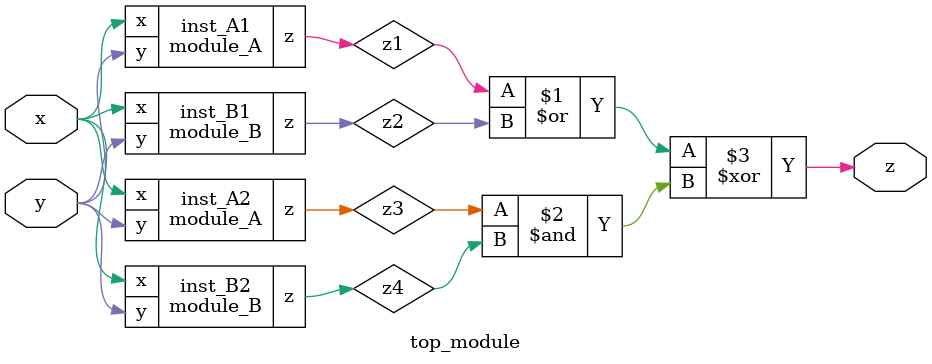
<source format=sv>
module module_A(
    input x,
    input y,
    output z
);

assign z = (x ^ y) & x;

endmodule
module module_B(
    input x,
    input y,
    output z
);

assign z = (x & ~y) | (~x & y);

endmodule
module top_module(
    input x,
    input y,
    output z
);

wire z1, z2, z3, z4;

module_A inst_A1(
    .x(x),
    .y(y),
    .z(z1)
);

module_B inst_B1(
    .x(x),
    .y(y),
    .z(z2)
);

module_A inst_A2(
    .x(x),
    .y(y),
    .z(z3)
);

module_B inst_B2(
    .x(x),
    .y(y),
    .z(z4)
);

assign z = (z1 | z2) ^ (z3 & z4);

endmodule

</source>
